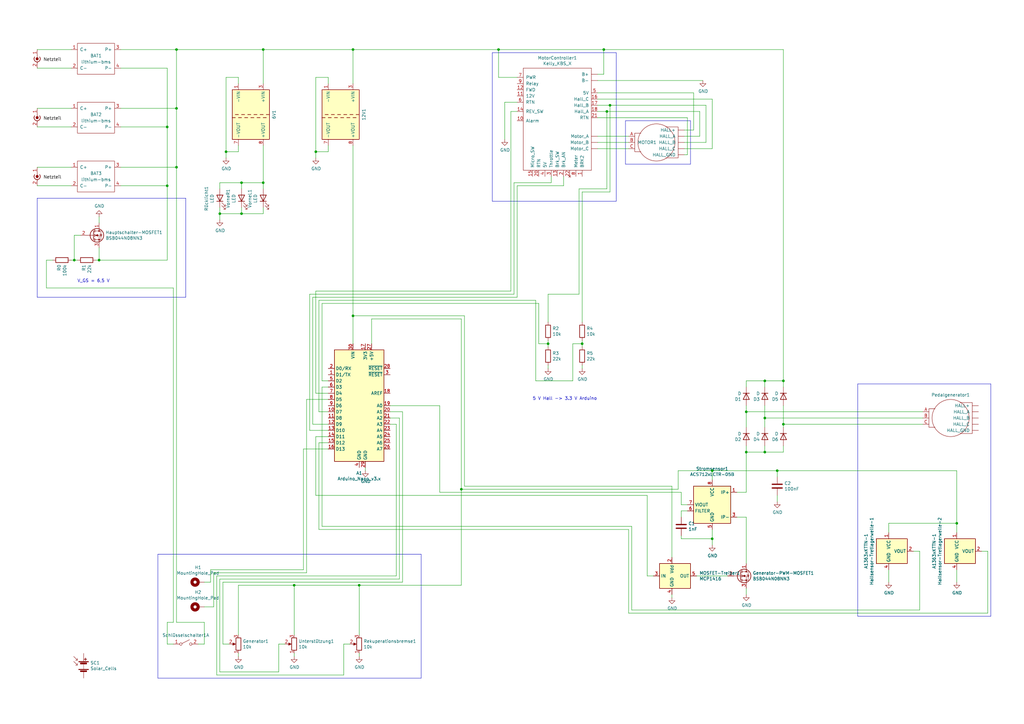
<source format=kicad_sch>
(kicad_sch (version 20250114) (generator "eeschema") (generator_version "9.0")
  (paper "A3")
  (title_block (date "2025-06-13") (rev "PS1"))
  (lib_symbols
    (symbol "Connector:Conn_Coaxial_Power" (pin_names (offset 1.016) (hide yes))
      (property "Reference" "J" (at -5.08 -1.27 90))
      (property "Value" "Conn_Coaxial_Power" (at -3.175 -1.27 90))
      (symbol "Conn_Coaxial_Power_0_1"
        (arc (start 1.016 -0.508) (mid 1.2048 -0.8684) (end 1.27 -1.27) (stroke (width 0.254)))
        (polyline (pts (xy 0 0) (xy 0 -1.27)))
        (arc (start 1.27 -1.27) (mid 0 -2.5345) (end -1.27 -1.27) (stroke (width 0.254)))
        (arc (start -1.27 -1.27) (mid -1.2048 -0.8684) (end -1.016 -0.508) (stroke (width 0.254)))
        (circle (center 0 -1.27) (radius 0.508) (stroke (width 0.2032)) (fill (type outline)))
        (polyline (pts (xy 0 -2.54) (xy 0 -3.048)))
      )
      (symbol "Conn_Coaxial_Power_1_1"
        (pin passive line (at 0 2.54 270) (length 2.54) (name "In") (number "1"))
        (pin passive line (at 0 -5.08 90) (length 2.54) (name "Ext") (number "2"))
      )
    )
    (symbol "Device:C" (pin_numbers (hide yes)) (pin_names (offset 0.254))
      (property "Reference" "C" (at 0.635 2.54 0))
      (property "Value" "C" (at 0.635 -2.54 0))
      (symbol "C_0_1"
        (polyline (pts (xy -2.032 0.762) (xy 2.032 0.762)) (stroke (width 0.508)))
        (polyline (pts (xy -2.032 -0.762) (xy 2.032 -0.762)) (stroke (width 0.508)))
      )
      (symbol "C_1_1"
        (pin passive line (at 0 3.81 270) (length 2.794) (name "~") (number "1"))
        (pin passive line (at 0 -3.81 90) (length 2.794) (name "~") (number "2"))
      )
    )
    (symbol "Device:D" (pin_numbers (hide yes)) (pin_names (offset 1.016) (hide yes))
      (property "Reference" "D" (at 0 2.54 0))
      (property "Value" "D" (at 0 -2.54 0))
      (symbol "D_0_1"
        (polyline (pts (xy -1.27 1.27) (xy -1.27 -1.27)) (stroke (width 0.254)))
        (polyline (pts (xy 1.27 1.27) (xy 1.27 -1.27) (xy -1.27 0) (xy 1.27 1.27)) (stroke (width 0.254)))
        (polyline (pts (xy 1.27 0) (xy -1.27 0)))
      )
      (symbol "D_1_1"
        (pin passive line (at -3.81 0 0) (length 2.54) (name "K") (number "1"))
        (pin passive line (at 3.81 0 180) (length 2.54) (name "A") (number "2"))
      )
    )
    (symbol "Device:LED" (pin_numbers (hide yes)) (pin_names (offset 1.016) (hide yes))
      (property "Reference" "D" (at 0 2.54 0))
      (property "Value" "LED" (at 0 -2.54 0))
      (symbol "LED_0_1"
        (polyline (pts (xy -3.048 -0.762) (xy -4.572 -2.286) (xy -3.81 -2.286) (xy -4.572 -2.286) (xy -4.572 -1.524)))
        (polyline (pts (xy -1.778 -0.762) (xy -3.302 -2.286) (xy -2.54 -2.286) (xy -3.302 -2.286) (xy -3.302 -1.524)))
        (polyline (pts (xy -1.27 0) (xy 1.27 0)))
        (polyline (pts (xy -1.27 -1.27) (xy -1.27 1.27)) (stroke (width 0.254)))
        (polyline (pts (xy 1.27 -1.27) (xy 1.27 1.27) (xy -1.27 0) (xy 1.27 -1.27)) (stroke (width 0.254)))
      )
      (symbol "LED_1_1"
        (pin passive line (at -3.81 0 0) (length 2.54) (name "K") (number "1"))
        (pin passive line (at 3.81 0 180) (length 2.54) (name "A") (number "2"))
      )
    )
    (symbol "Device:R" (pin_numbers (hide yes)) (pin_names (offset 0))
      (property "Reference" "R" (at 2.032 0 90))
      (property "Value" "R" (at 0 0 90))
      (symbol "R_0_1"
        (rectangle (start -1.016 -2.54) (end 1.016 2.54) (stroke (width 0.254)))
      )
      (symbol "R_1_1"
        (pin passive line (at 0 3.81 270) (length 1.27) (name "~") (number "1"))
        (pin passive line (at 0 -3.81 90) (length 1.27) (name "~") (number "2"))
      )
    )
    (symbol "Device:R_Potentiometer" (pin_names (offset 1.016) (hide yes))
      (property "Reference" "RV" (at -4.445 0 90))
      (property "Value" "R_Potentiometer" (at -2.54 0 90))
      (symbol "R_Potentiometer_0_1"
        (rectangle (start 1.016 2.54) (end -1.016 -2.54) (stroke (width 0.254)))
        (polyline (pts (xy 1.143 0) (xy 2.286 0.508) (xy 2.286 -0.508) (xy 1.143 0)) (fill (type outline)))
        (polyline (pts (xy 2.54 0) (xy 1.524 0)))
      )
      (symbol "R_Potentiometer_1_1"
        (pin passive line (at 0 3.81 270) (length 1.27) (name "1") (number "1"))
        (pin passive line (at 0 -3.81 90) (length 1.27) (name "3") (number "3"))
        (pin passive line (at 3.81 0 180) (length 1.27) (name "2") (number "2"))
      )
    )
    (symbol "Device:Solar_Cells" (pin_numbers (hide yes)) (pin_names (offset 0) (hide yes))
      (property "Reference" "SC" (at 2.54 2.54 0))
      (property "Value" "Solar_Cells" (at 2.54 0 0))
      (symbol "Solar_Cells_0_1"
        (polyline (pts (xy -2.54 3.048) (xy -2.54 2.286) (xy -3.302 2.286)))
        (polyline (pts (xy -2.54 2.286) (xy -4.064 3.81)))
        (polyline (pts (xy -2.54 1.016) (xy -2.54 0.254) (xy -3.302 0.254)))
        (polyline (pts (xy -2.54 0.254) (xy -4.064 1.778)))
        (rectangle (start -2.032 1.778) (end 2.032 1.524) (fill (type outline)))
        (rectangle (start -2.032 -1.397) (end 2.032 -1.651) (fill (type outline)))
        (rectangle (start -1.3208 1.1938) (end 1.27 0.6858) (fill (type outline)))
        (rectangle (start -1.3208 -1.9812) (end 1.27 -2.4892) (fill (type outline)))
        (polyline (pts (xy 0 1.778) (xy 0 2.54)))
        (polyline (pts (xy 0 0.508) (xy 0 0.762)))
        (polyline (pts (xy 0 0) (xy 0 0.254)))
        (polyline (pts (xy 0 -0.508) (xy 0 -0.254)))
        (polyline (pts (xy 0 -1.016) (xy 0 -0.762)))
        (polyline (pts (xy 0 -1.524) (xy 0 -1.27)))
        (polyline (pts (xy 0.254 2.667) (xy 1.27 2.667)) (stroke (width 0.254)))
        (polyline (pts (xy 0.762 3.175) (xy 0.762 2.159)) (stroke (width 0.254)))
      )
      (symbol "Solar_Cells_1_1"
        (pin passive line (at 0 5.08 270) (length 2.54) (name "+") (number "1"))
        (pin passive line (at 0 -5.08 90) (length 2.54) (name "-") (number "2"))
      )
    )
    (symbol "Driver_FET:MCP1416"
      (property "Reference" "U" (at -5.08 6.35 0))
      (property "Value" "MCP1416" (at 1.27 6.35 0))
      (symbol "MCP1416_0_1"
        (rectangle (start -5.08 5.08) (end 7.62 -5.08) (stroke (width 0.254)) (fill (type background)))
      )
      (symbol "MCP1416_1_1"
        (pin input line (at -7.62 0 0) (length 2.54) (name "IN") (number "3"))
        (pin power_in line (at 0 7.62 270) (length 2.54) (name "Vdd") (number "2"))
        (pin power_in line (at 0 -7.62 90) (length 2.54) (name "GND") (number "4"))
        (pin no_connect line (at 7.62 -2.54 180) (length 2.54) (hide yes) (name "NC") (number "1"))
        (pin output line (at 10.16 0 180) (length 2.54) (name "OUT") (number "5"))
      )
    )
    (symbol "Lastenrad:Kelly_KBS_X" (pin_names (offset 1.016))
      (property "Reference" "MotorController" (at 0 -2.54 0))
      (property "Value" "Kelly_KBS_X" (at 0 -5.08 0))
      (symbol "Kelly_KBS_X_0_0"
        (pin passive line (at -16.51 16.51 0) (length 2.54) (name "PWR") (number "7"))
        (pin unspecified line (at -16.51 13.97 0) (length 2.54) (name "Relay") (number "9"))
        (pin unspecified line (at -16.51 11.43 0) (length 2.54) (name "FWD") (number "12"))
        (pin output line (at -16.51 8.89 0) (length 2.54) (name "12V") (number "11"))
        (pin passive line (at -16.51 6.35 0) (length 2.54) (name "RTN") (number "6"))
        (pin input line (at -16.51 2.54 0) (length 2.54) (name "REV_SW") (number "14"))
        (pin output line (at -16.51 -1.27 0) (length 2.54) (name "Alarm") (number "10"))
        (pin input line (at -10.16 -24.13 90) (length 2.54) (name "Micro_SW") (number "15"))
        (pin passive line (at -7.62 -24.13 90) (length 2.54) (name "RTN") (number "20"))
        (pin output line (at -5.08 -24.13 90) (length 2.54) (name "5V") (number "4"))
        (pin input line (at -2.54 -24.13 90) (length 2.54) (name "Throttle") (number "3"))
        (pin input line (at 0 -24.13 90) (length 2.54) (name "Brk_SW") (number "13"))
        (pin input line (at 2.54 -24.13 90) (length 2.54) (name "Brk_AN") (number "2"))
        (pin no_connect line (at 5.08 -24.13 90) (length 2.54) (name "~") (number "22"))
        (pin unspecified line (at 7.62 -24.13 90) (length 2.54) (name "Meter") (number "8"))
        (pin unspecified line (at 10.16 -24.13 90) (length 2.54) (name "BRK2") (number "1"))
        (pin passive line (at 16.51 17.78 180) (length 2.54) (name "B+") (number "~"))
        (pin passive line (at 16.51 15.24 180) (length 2.54) (name "B-") (number "~"))
        (pin output line (at 16.51 10.16 180) (length 2.54) (name "5V") (number "5"))
        (pin input line (at 16.51 7.62 180) (length 2.54) (name "Hall_C") (number "16"))
        (pin input line (at 16.51 5.08 180) (length 2.54) (name "Hall_B") (number "17"))
        (pin input line (at 16.51 2.54 180) (length 2.54) (name "Hall_A") (number "18"))
        (pin passive line (at 16.51 0 180) (length 2.54) (name "RTN") (number "21"))
        (pin output line (at 16.51 -7.62 180) (length 2.54) (name "Motor_A") (number "~"))
        (pin output line (at 16.51 -10.16 180) (length 2.54) (name "Motor_B") (number "~"))
        (pin output line (at 16.51 -12.7 180) (length 2.54) (name "Motor_C") (number "~"))
      )
      (symbol "Kelly_KBS_X_0_1"
        (rectangle (start -13.97 20.32) (end 13.97 -21.59))
      )
    )
    (symbol "Lastenrad:bldc-with-hall" (pin_names (offset 1.016))
      (property "Reference" "MOTOR" (at 0 -8.89 0))
      (symbol "bldc-with-hall_0_1"
        (polyline (pts (xy -6.35 3.81) (xy -8.89 3.81) (xy -8.89 -3.81) (xy -6.35 -3.81)))
        (circle (center 0 0) (radius 7.62))
        (polyline (pts (xy 3.81 6.35) (xy 8.89 6.35) (xy 8.89 -6.35) (xy 3.81 -6.35)))
      )
      (symbol "bldc-with-hall_1_1"
        (pin input line (at -11.43 2.54 0) (length 2.54) (name "~") (number "A"))
        (pin input line (at -11.43 0 0) (length 2.54) (name "~") (number "B"))
        (pin input line (at -11.43 -2.54 0) (length 2.54) (name "~") (number "C"))
        (pin passive line (at 11.43 5.08 180) (length 2.54) (name "HALL+") (number "~"))
        (pin output line (at 11.43 2.54 180) (length 2.54) (name "HALL_A") (number "~"))
        (pin output line (at 11.43 0 180) (length 2.54) (name "HALL_B") (number "~"))
        (pin output line (at 11.43 -2.54 180) (length 2.54) (name "HALL_C") (number "~"))
        (pin passive line (at 11.43 -5.08 180) (length 2.54) (name "HALL_GND") (number "~"))
      )
    )
    (symbol "Lastenrad:lithium-bms" (pin_names (offset 1.016))
      (property "Reference" "BMS" (at 0 1.27 0))
      (property "Value" "lithium-bms" (at 0 -1.27 0))
      (symbol "lithium-bms_0_0"
        (pin input line (at -10.16 3.81 0) (length 2.54) (name "C+") (number "1"))
        (pin input line (at -10.16 -3.81 0) (length 2.54) (name "C-") (number "2"))
        (pin output line (at 10.16 3.81 180) (length 2.54) (name "P+") (number "3"))
        (pin output line (at 10.16 -3.81 180) (length 2.54) (name "P-") (number "4"))
      )
      (symbol "lithium-bms_0_1"
        (rectangle (start -7.62 6.35) (end 7.62 -6.35))
      )
    )
    (symbol "MCU_Module:Arduino_Nano_v3.x"
      (property "Reference" "A" (at -10.16 23.495 0))
      (property "Value" "Arduino_Nano_v3.x" (at 5.08 -24.13 0))
      (symbol "Arduino_Nano_v3.x_0_1"
        (rectangle (start -10.16 22.86) (end 10.16 -22.86) (stroke (width 0.254)) (fill (type background)))
      )
      (symbol "Arduino_Nano_v3.x_1_1"
        (pin bidirectional line (at -12.7 15.24 0) (length 2.54) (name "D0/RX") (number "2"))
        (pin bidirectional line (at -12.7 12.7 0) (length 2.54) (name "D1/TX") (number "1"))
        (pin bidirectional line (at -12.7 10.16 0) (length 2.54) (name "D2") (number "5"))
        (pin bidirectional line (at -12.7 7.62 0) (length 2.54) (name "D3") (number "6"))
        (pin bidirectional line (at -12.7 5.08 0) (length 2.54) (name "D4") (number "7"))
        (pin bidirectional line (at -12.7 2.54 0) (length 2.54) (name "D5") (number "8"))
        (pin bidirectional line (at -12.7 0 0) (length 2.54) (name "D6") (number "9"))
        (pin bidirectional line (at -12.7 -2.54 0) (length 2.54) (name "D7") (number "10"))
        (pin bidirectional line (at -12.7 -5.08 0) (length 2.54) (name "D8") (number "11"))
        (pin bidirectional line (at -12.7 -7.62 0) (length 2.54) (name "D9") (number "12"))
        (pin bidirectional line (at -12.7 -10.16 0) (length 2.54) (name "D10") (number "13"))
        (pin bidirectional line (at -12.7 -12.7 0) (length 2.54) (name "D11") (number "14"))
        (pin bidirectional line (at -12.7 -15.24 0) (length 2.54) (name "D12") (number "15"))
        (pin bidirectional line (at -12.7 -17.78 0) (length 2.54) (name "D13") (number "16"))
        (pin power_in line (at -2.54 25.4 270) (length 2.54) (name "VIN") (number "30"))
        (pin power_in line (at 0 -25.4 90) (length 2.54) (name "GND") (number "4"))
        (pin power_out line (at 2.54 25.4 270) (length 2.54) (name "3V3") (number "17"))
        (pin power_in line (at 2.54 -25.4 90) (length 2.54) (name "GND") (number "29"))
        (pin power_out line (at 5.08 25.4 270) (length 2.54) (name "+5V") (number "27"))
        (pin input line (at 12.7 15.24 180) (length 2.54) (name "~{RESET}") (number "28"))
        (pin input line (at 12.7 12.7 180) (length 2.54) (name "~{RESET}") (number "3"))
        (pin input line (at 12.7 5.08 180) (length 2.54) (name "AREF") (number "18"))
        (pin bidirectional line (at 12.7 0 180) (length 2.54) (name "A0") (number "19"))
        (pin bidirectional line (at 12.7 -2.54 180) (length 2.54) (name "A1") (number "20"))
        (pin bidirectional line (at 12.7 -5.08 180) (length 2.54) (name "A2") (number "21"))
        (pin bidirectional line (at 12.7 -7.62 180) (length 2.54) (name "A3") (number "22"))
        (pin bidirectional line (at 12.7 -10.16 180) (length 2.54) (name "A4") (number "23"))
        (pin bidirectional line (at 12.7 -12.7 180) (length 2.54) (name "A5") (number "24"))
        (pin bidirectional line (at 12.7 -15.24 180) (length 2.54) (name "A6") (number "25"))
        (pin bidirectional line (at 12.7 -17.78 180) (length 2.54) (name "A7") (number "26"))
      )
    )
    (symbol "Mechanical:MountingHole_Pad" (pin_numbers (hide yes)) (pin_names (offset 1.016) (hide yes))
      (property "Reference" "H" (at 0 6.35 0))
      (property "Value" "MountingHole_Pad" (at 0 4.445 0))
      (symbol "MountingHole_Pad_0_1"
        (circle (center 0 1.27) (radius 1.27) (stroke (width 1.27)))
      )
      (symbol "MountingHole_Pad_1_1"
        (pin input line (at 0 -2.54 90) (length 2.54) (name "1") (number "1"))
      )
    )
    (symbol "Regulator_Switching:NXE2S1215MC"
      (property "Reference" "U" (at -8.89 8.89 0))
      (property "Value" "NXE2S1215MC" (at 2.54 8.89 0))
      (symbol "NXE2S1215MC_0_1"
        (rectangle (start -10.16 7.62) (end 10.16 -7.62) (stroke (width 0.254)) (fill (type background)))
        (polyline (pts (xy 0 7.62) (xy 0 6.35)) (stroke (width 0.254)))
        (polyline (pts (xy 0 5.08) (xy 0 3.81)) (stroke (width 0.254)))
        (polyline (pts (xy 0 2.54) (xy 0 1.27)) (stroke (width 0.254)))
        (polyline (pts (xy 0 0) (xy 0 -1.27)) (stroke (width 0.254)))
        (polyline (pts (xy 0 -2.54) (xy 0 -3.81)) (stroke (width 0.254)))
        (polyline (pts (xy 0 -5.08) (xy 0 -6.35)) (stroke (width 0.254)))
        (polyline (pts (xy 1.27 5.08) (xy 1.27 6.35)) (stroke (width 0.254)))
        (polyline (pts (xy 1.27 2.54) (xy 1.27 3.81)) (stroke (width 0.254)))
        (polyline (pts (xy 1.27 0) (xy 1.27 1.27)) (stroke (width 0.254)))
        (polyline (pts (xy 1.27 -2.54) (xy 1.27 -1.27)) (stroke (width 0.254)))
        (polyline (pts (xy 1.27 -5.08) (xy 1.27 -3.81)) (stroke (width 0.254)))
        (polyline (pts (xy 1.27 -7.62) (xy 1.27 -6.35)) (stroke (width 0.254)))
      )
      (symbol "NXE2S1215MC_1_1"
        (pin power_in line (at -12.7 5.08 0) (length 2.54) (name "+VIN") (number "3"))
        (pin power_in line (at -12.7 -5.08 0) (length 2.54) (name "-VIN") (number "1"))
        (pin no_connect line (at -10.16 0 0) (length 2.54) (hide yes) (name "NC") (number "14"))
        (pin power_out line (at 12.7 5.08 180) (length 2.54) (name "+VOUT") (number "8"))
        (pin power_out line (at 12.7 -5.08 180) (length 2.54) (name "-VOUT") (number "7"))
      )
    )
    (symbol "Sensor_Current:A1363xKTTN-1"
      (property "Reference" "U" (at 8.89 6.35 0))
      (property "Value" "A1363xKTTN-1" (at 8.89 3.81 0))
      (symbol "A1363xKTTN-1_0_1"
        (rectangle (start -5.08 5.08) (end 7.62 -5.08) (stroke (width 0.254)) (fill (type background)))
      )
      (symbol "A1363xKTTN-1_1_1"
        (pin power_in line (at 0 7.62 270) (length 2.54) (name "VCC") (number "1"))
        (pin power_in line (at 0 -7.62 90) (length 2.54) (name "GND") (number "4"))
        (pin no_connect line (at 7.62 -2.54 180) (length 2.54) (hide yes) (name "NC") (number "3"))
        (pin output line (at 10.16 0 180) (length 2.54) (name "VOUT") (number "2"))
      )
    )
    (symbol "Sensor_Current:ACS712xLCTR-05B"
      (property "Reference" "U" (at 2.54 11.43 0))
      (property "Value" "ACS712xLCTR-05B" (at 2.54 8.89 0))
      (symbol "ACS712xLCTR-05B_0_1"
        (rectangle (start -7.62 7.62) (end 7.62 -7.62) (stroke (width 0.254)) (fill (type background)))
      )
      (symbol "ACS712xLCTR-05B_1_1"
        (pin passive line (at -10.16 5.08 0) (length 2.54) (name "IP+") (number "1"))
        (pin passive line (at -10.16 5.08 0) (length 2.54) (hide yes) (name "IP+") (number "2"))
        (pin passive line (at -10.16 -5.08 0) (length 2.54) (name "IP-") (number "3"))
        (pin passive line (at -10.16 -5.08 0) (length 2.54) (hide yes) (name "IP-") (number "4"))
        (pin power_in line (at 0 10.16 270) (length 2.54) (name "VCC") (number "8"))
        (pin power_in line (at 0 -10.16 90) (length 2.54) (name "GND") (number "5"))
        (pin output line (at 10.16 0 180) (length 2.54) (name "VIOUT") (number "7"))
        (pin passive line (at 10.16 -2.54 180) (length 2.54) (name "FILTER") (number "6"))
      )
    )
    (symbol "Switch:SW_DPST_x2" (pin_names (offset 0) (hide yes))
      (property "Reference" "SW" (at 0 3.175 0))
      (property "Value" "SW_DPST_x2" (at 0 -2.54 0))
      (symbol "SW_DPST_x2_0_0"
        (circle (center -2.032 0) (radius 0.508))
        (polyline (pts (xy -1.524 0.254) (xy 1.524 1.778)))
        (circle (center 2.032 0) (radius 0.508))
      )
      (symbol "SW_DPST_x2_1_1"
        (pin passive line (at -5.08 0 0) (length 2.54) (name "A") (number "1"))
        (pin passive line (at 5.08 0 180) (length 2.54) (name "B") (number "2"))
      )
      (symbol "SW_DPST_x2_2_1"
        (pin passive line (at -5.08 0 0) (length 2.54) (name "A") (number "3"))
        (pin passive line (at 5.08 0 180) (length 2.54) (name "B") (number "4"))
      )
    )
    (symbol "Transistor_FET:BSB044N08NN3" (pin_names (hide yes))
      (property "Reference" "Q" (at 5.08 1.905 0))
      (property "Value" "BSB044N08NN3" (at 5.08 0 0))
      (symbol "BSB044N08NN3_0_1"
        (polyline (pts (xy 0.254 1.905) (xy 0.254 -1.905)) (stroke (width 0.254)))
        (polyline (pts (xy 0.254 0) (xy -2.54 0)))
        (polyline (pts (xy 0.762 2.286) (xy 0.762 1.27)) (stroke (width 0.254)))
        (polyline (pts (xy 0.762 0.508) (xy 0.762 -0.508)) (stroke (width 0.254)))
        (polyline (pts (xy 0.762 -1.27) (xy 0.762 -2.286)) (stroke (width 0.254)))
        (polyline (pts (xy 0.762 -1.778) (xy 3.302 -1.778) (xy 3.302 1.778) (xy 0.762 1.778)))
        (polyline (pts (xy 1.016 0) (xy 2.032 0.381) (xy 2.032 -0.381) (xy 1.016 0)) (fill (type outline)))
        (circle (center 1.651 0) (radius 2.794) (stroke (width 0.254)))
        (polyline (pts (xy 2.54 2.54) (xy 2.54 1.778)))
        (circle (center 2.54 1.778) (radius 0.254) (fill (type outline)))
        (circle (center 2.54 -1.778) (radius 0.254) (fill (type outline)))
        (polyline (pts (xy 2.54 -2.54) (xy 2.54 0) (xy 0.762 0)))
        (polyline (pts (xy 2.794 0.508) (xy 2.921 0.381) (xy 3.683 0.381) (xy 3.81 0.254)))
        (polyline (pts (xy 3.302 0.381) (xy 2.921 -0.254) (xy 3.683 -0.254) (xy 3.302 0.381)))
      )
      (symbol "BSB044N08NN3_1_1"
        (pin input line (at -5.08 0 0) (length 2.54) (name "G") (number "2"))
        (pin passive line (at 2.54 5.08 270) (length 2.54) (name "D") (number "1"))
        (pin passive line (at 2.54 -5.08 90) (length 2.54) (name "S") (number "3"))
      )
    )
    (symbol "power:GND" (power) (pin_names (offset 0))
      (property "Value" "GND" (at 0 -3.81 0))
      (symbol "GND_0_1"
        (polyline (pts (xy 0 0) (xy 0 -1.27) (xy 1.27 -1.27) (xy 0 -2.54) (xy -1.27 -1.27) (xy 0 -1.27)))
      )
      (symbol "GND_1_1"
        (pin power_in line (at 0 0 270) (length 0) (hide yes) (name "GND") (number "1"))
      )
    )
  )
  (text "V_GS = 6,5 V" (at 38.354 115.316 0) (effects (font (size 1.27 1.27))))
  (text "5 V Hall -> 3.3 V Arduino" (at 231.648 163.576 0) (effects (font (size 1.27 1.27))))
  (junction (at 72.39 44.45))
  (junction (at 292.1 193.04))
  (junction (at 321.31 173.99))
  (junction (at 248.92 45.72))
  (junction (at 189.23 200.66))
  (junction (at 313.69 185.42))
  (junction (at 30.48 106.68))
  (junction (at 144.78 20.32))
  (junction (at 313.69 156.21))
  (junction (at 247.65 20.32))
  (junction (at 292.1 220.98))
  (junction (at 392.43 214.63))
  (junction (at 250.19 43.18))
  (junction (at 313.69 171.45))
  (junction (at 107.95 74.93))
  (junction (at 120.65 240.03))
  (junction (at 129.54 62.23))
  (junction (at 147.32 240.03))
  (junction (at 321.31 156.21))
  (junction (at 68.58 52.07))
  (junction (at 99.06 87.63))
  (junction (at 72.39 68.58))
  (junction (at 306.07 168.91))
  (junction (at 238.76 140.97))
  (junction (at 92.71 62.23))
  (junction (at 224.79 140.97))
  (junction (at 68.58 76.2))
  (junction (at 107.95 20.32))
  (junction (at 40.64 106.68))
  (junction (at 306.07 185.42))
  (junction (at 90.17 87.63))
  (junction (at 318.77 193.04))
  (junction (at 72.39 20.32))
  (junction (at 99.06 74.93))
  (junction (at 204.47 20.32))
  (junction (at 144.78 129.54))
  (wire (pts (xy 281.94 48.26) (xy 245.11 48.26)))
  (wire (pts (xy 265.43 203.2) (xy 265.43 236.22)))
  (wire (pts (xy 245.11 45.72) (xy 248.92 45.72)))
  (wire (pts (xy 238.76 78.74) (xy 250.19 78.74)))
  (wire (pts (xy 97.79 62.23) (xy 92.71 62.23)))
  (wire (pts (xy 125.73 234.95) (xy 87.63 234.95)))
  (wire (pts (xy 107.95 77.47) (xy 107.95 74.93)))
  (wire (pts (xy 163.83 171.45) (xy 160.02 171.45)))
  (wire (pts (xy 284.48 38.1) (xy 245.11 38.1)))
  (wire (pts (xy 392.43 214.63) (xy 392.43 218.44)))
  (wire (pts (xy 306.07 212.09) (xy 306.07 231.14)))
  (wire (pts (xy 130.81 181.61) (xy 130.81 217.17)))
  (wire (pts (xy 143.51 264.16) (xy 140.97 264.16)))
  (wire (pts (xy 321.31 173.99) (xy 378.46 173.99)))
  (wire (pts (xy 87.63 248.92) (xy 83.82 248.92)))
  (wire (pts (xy 90.17 87.63) (xy 90.17 90.17)))
  (wire (pts (xy 97.79 240.03) (xy 97.79 260.35)))
  (wire (pts (xy 144.78 129.54) (xy 144.78 140.97)))
  (wire (pts (xy 302.26 201.93) (xy 306.07 201.93)))
  (polyline (pts (xy 351.79 157.48) (xy 406.4 157.48)))
  (wire (pts (xy 306.07 166.37) (xy 306.07 168.91)))
  (wire (pts (xy 292.1 60.96) (xy 280.67 60.96)))
  (wire (pts (xy 287.02 55.88) (xy 280.67 55.88)))
  (wire (pts (xy 318.77 193.04) (xy 392.43 193.04)))
  (wire (pts (xy 247.65 30.48) (xy 247.65 20.32)))
  (wire (pts (xy 129.54 119.38) (xy 129.54 161.29)))
  (wire (pts (xy 29.21 106.68) (xy 30.48 106.68)))
  (wire (pts (xy 189.23 240.03) (xy 147.32 240.03)))
  (wire (pts (xy 144.78 34.29) (xy 144.78 20.32)))
  (wire (pts (xy 284.48 53.34) (xy 284.48 38.1)))
  (wire (pts (xy 180.34 201.93) (xy 180.34 166.37)))
  (wire (pts (xy 210.82 74.93) (xy 226.06 74.93)))
  (wire (pts (xy 19.05 106.68) (xy 19.05 118.11)))
  (wire (pts (xy 306.07 182.88) (xy 306.07 185.42)))
  (wire (pts (xy 279.4 201.93) (xy 180.34 201.93)))
  (wire (pts (xy 72.39 20.32) (xy 107.95 20.32)))
  (wire (pts (xy 86.36 238.76) (xy 83.82 238.76)))
  (wire (pts (xy 321.31 156.21) (xy 321.31 20.32)))
  (wire (pts (xy 313.69 171.45) (xy 378.46 171.45)))
  (wire (pts (xy 224.79 139.7) (xy 224.79 140.97)))
  (wire (pts (xy 318.77 195.58) (xy 318.77 193.04)))
  (polyline (pts (xy 201.93 82.55) (xy 252.73 82.55)))
  (wire (pts (xy 99.06 87.63) (xy 90.17 87.63)))
  (wire (pts (xy 250.19 43.18) (xy 245.11 43.18)))
  (wire (pts (xy 49.53 68.58) (xy 72.39 68.58)))
  (wire (pts (xy 127 176.53) (xy 134.62 176.53)))
  (wire (pts (xy 257.81 60.96) (xy 245.11 60.96)))
  (wire (pts (xy 107.95 20.32) (xy 144.78 20.32)))
  (wire (pts (xy 306.07 156.21) (xy 306.07 158.75)))
  (wire (pts (xy 245.11 33.02) (xy 288.29 33.02)))
  (wire (pts (xy 306.07 168.91) (xy 378.46 168.91)))
  (polyline (pts (xy 351.79 252.73) (xy 351.79 157.48)))
  (wire (pts (xy 405.13 251.46) (xy 257.81 251.46)))
  (wire (pts (xy 313.69 171.45) (xy 313.69 175.26)))
  (polyline (pts (xy 15.24 81.28) (xy 76.2 81.28)))
  (wire (pts (xy 83.82 264.16) (xy 81.28 264.16)))
  (wire (pts (xy 130.81 168.91) (xy 134.62 168.91)))
  (wire (pts (xy 306.07 185.42) (xy 306.07 201.93)))
  (wire (pts (xy 134.62 31.75) (xy 129.54 31.75)))
  (wire (pts (xy 68.58 52.07) (xy 49.53 52.07)))
  (wire (pts (xy 392.43 193.04) (xy 392.43 214.63)))
  (wire (pts (xy 212.09 31.75) (xy 204.47 31.75)))
  (wire (pts (xy 39.37 106.68) (xy 40.64 106.68)))
  (wire (pts (xy 107.95 34.29) (xy 107.95 20.32)))
  (wire (pts (xy 237.49 77.47) (xy 237.49 120.65)))
  (wire (pts (xy 281.94 207.01) (xy 279.4 207.01)))
  (wire (pts (xy 120.65 240.03) (xy 97.79 240.03)))
  (wire (pts (xy 72.39 68.58) (xy 72.39 44.45)))
  (polyline (pts (xy 406.4 157.48) (xy 406.4 252.73)))
  (wire (pts (xy 140.97 276.86) (xy 88.9 276.86)))
  (wire (pts (xy 29.21 68.58) (xy 15.24 68.58)))
  (wire (pts (xy 132.08 124.46) (xy 132.08 156.21)))
  (wire (pts (xy 90.17 237.49) (xy 163.83 237.49)))
  (wire (pts (xy 71.12 264.16) (xy 68.58 264.16)))
  (wire (pts (xy 306.07 243.84) (xy 306.07 241.3)))
  (wire (pts (xy 189.23 130.81) (xy 189.23 200.66)))
  (wire (pts (xy 259.08 250.19) (xy 259.08 215.9)))
  (wire (pts (xy 87.63 234.95) (xy 87.63 248.92)))
  (polyline (pts (xy 201.93 21.59) (xy 201.93 82.55)))
  (wire (pts (xy 130.81 123.19) (xy 219.71 123.19)))
  (wire (pts (xy 128.27 173.99) (xy 134.62 173.99)))
  (wire (pts (xy 147.32 240.03) (xy 120.65 240.03)))
  (wire (pts (xy 204.47 31.75) (xy 204.47 20.32)))
  (wire (pts (xy 124.46 233.68) (xy 86.36 233.68)))
  (wire (pts (xy 92.71 62.23) (xy 92.71 31.75)))
  (wire (pts (xy 99.06 85.09) (xy 99.06 87.63)))
  (wire (pts (xy 302.26 212.09) (xy 306.07 212.09)))
  (wire (pts (xy 90.17 85.09) (xy 90.17 87.63)))
  (wire (pts (xy 231.14 76.2) (xy 212.09 76.2)))
  (wire (pts (xy 226.06 72.39) (xy 226.06 74.93)))
  (wire (pts (xy 68.58 76.2) (xy 68.58 52.07)))
  (wire (pts (xy 306.07 168.91) (xy 306.07 175.26)))
  (wire (pts (xy 107.95 85.09) (xy 107.95 87.63)))
  (wire (pts (xy 313.69 171.45) (xy 313.69 166.37)))
  (wire (pts (xy 107.95 59.69) (xy 107.95 74.93)))
  (wire (pts (xy 91.44 238.76) (xy 91.44 264.16)))
  (wire (pts (xy 134.62 62.23) (xy 129.54 62.23)))
  (wire (pts (xy 265.43 236.22) (xy 267.97 236.22)))
  (wire (pts (xy 292.1 220.98) (xy 292.1 223.52)))
  (polyline (pts (xy 252.73 21.59) (xy 201.93 21.59)))
  (wire (pts (xy 129.54 62.23) (xy 129.54 64.77)))
  (polyline (pts (xy 406.4 252.73) (xy 351.79 252.73)))
  (wire (pts (xy 134.62 158.75) (xy 132.08 158.75)))
  (wire (pts (xy 97.79 267.97) (xy 97.79 269.24)))
  (wire (pts (xy 30.48 106.68) (xy 30.48 96.52)))
  (wire (pts (xy 287.02 45.72) (xy 287.02 55.88)))
  (wire (pts (xy 125.73 163.83) (xy 125.73 234.95)))
  (wire (pts (xy 132.08 158.75) (xy 132.08 215.9)))
  (wire (pts (xy 238.76 139.7) (xy 238.76 140.97)))
  (wire (pts (xy 281.94 63.5) (xy 281.94 48.26)))
  (polyline (pts (xy 64.77 227.33) (xy 172.72 227.33)))
  (wire (pts (xy 189.23 130.81) (xy 152.4 130.81)))
  (wire (pts (xy 19.05 106.68) (xy 21.59 106.68)))
  (wire (pts (xy 120.65 267.97) (xy 120.65 269.24)))
  (wire (pts (xy 278.13 200.66) (xy 278.13 193.04)))
  (wire (pts (xy 318.77 205.74) (xy 318.77 203.2)))
  (wire (pts (xy 313.69 156.21) (xy 306.07 156.21)))
  (wire (pts (xy 116.84 264.16) (xy 114.3 264.16)))
  (wire (pts (xy 97.79 31.75) (xy 97.79 34.29)))
  (wire (pts (xy 285.75 236.22) (xy 298.45 236.22)))
  (polyline (pts (xy 64.77 278.13) (xy 64.77 227.33)))
  (wire (pts (xy 321.31 158.75) (xy 321.31 156.21)))
  (wire (pts (xy 234.95 140.97) (xy 234.95 156.21)))
  (wire (pts (xy 313.69 158.75) (xy 313.69 156.21)))
  (wire (pts (xy 289.56 58.42) (xy 289.56 43.18)))
  (wire (pts (xy 72.39 44.45) (xy 72.39 20.32)))
  (wire (pts (xy 257.81 251.46) (xy 257.81 217.17)))
  (wire (pts (xy 68.58 27.94) (xy 49.53 27.94)))
  (wire (pts (xy 72.39 68.58) (xy 72.39 255.27)))
  (wire (pts (xy 180.34 166.37) (xy 160.02 166.37)))
  (wire (pts (xy 237.49 77.47) (xy 248.92 77.47)))
  (wire (pts (xy 313.69 185.42) (xy 321.31 185.42)))
  (wire (pts (xy 245.11 40.64) (xy 292.1 40.64)))
  (wire (pts (xy 209.55 45.72) (xy 212.09 45.72)))
  (wire (pts (xy 259.08 215.9) (xy 132.08 215.9)))
  (wire (pts (xy 238.76 78.74) (xy 238.76 132.08)))
  (wire (pts (xy 114.3 275.59) (xy 90.17 275.59)))
  (wire (pts (xy 68.58 264.16) (xy 68.58 255.27)))
  (wire (pts (xy 238.76 149.86) (xy 238.76 151.13)))
  (wire (pts (xy 292.1 193.04) (xy 278.13 193.04)))
  (wire (pts (xy 275.59 245.11) (xy 275.59 243.84)))
  (wire (pts (xy 220.98 140.97) (xy 224.79 140.97)))
  (wire (pts (xy 128.27 121.92) (xy 128.27 173.99)))
  (wire (pts (xy 313.69 182.88) (xy 313.69 185.42)))
  (polyline (pts (xy 172.72 278.13) (xy 64.77 278.13)))
  (wire (pts (xy 250.19 43.18) (xy 250.19 78.74)))
  (wire (pts (xy 68.58 255.27) (xy 71.12 255.27)))
  (wire (pts (xy 107.95 74.93) (xy 99.06 74.93)))
  (wire (pts (xy 224.79 149.86) (xy 224.79 151.13)))
  (wire (pts (xy 279.4 207.01) (xy 279.4 201.93)))
  (wire (pts (xy 68.58 76.2) (xy 68.58 106.68)))
  (wire (pts (xy 49.53 20.32) (xy 72.39 20.32)))
  (wire (pts (xy 134.62 34.29) (xy 134.62 31.75)))
  (wire (pts (xy 292.1 196.85) (xy 292.1 193.04)))
  (wire (pts (xy 91.44 264.16) (xy 93.98 264.16)))
  (wire (pts (xy 29.21 44.45) (xy 15.24 44.45)))
  (polyline (pts (xy 283.21 49.53) (xy 256.54 49.53)))
  (wire (pts (xy 129.54 119.38) (xy 209.55 119.38)))
  (wire (pts (xy 189.23 200.66) (xy 278.13 200.66)))
  (wire (pts (xy 86.36 233.68) (xy 86.36 238.76)))
  (wire (pts (xy 83.82 255.27) (xy 83.82 264.16)))
  (wire (pts (xy 279.4 209.55) (xy 279.4 212.09)))
  (wire (pts (xy 364.49 238.76) (xy 364.49 233.68)))
  (wire (pts (xy 29.21 76.2) (xy 15.24 76.2)))
  (wire (pts (xy 134.62 179.07) (xy 129.54 179.07)))
  (wire (pts (xy 149.86 191.77) (xy 149.86 193.04)))
  (wire (pts (xy 257.81 55.88) (xy 245.11 55.88)))
  (wire (pts (xy 204.47 20.32) (xy 247.65 20.32)))
  (wire (pts (xy 147.32 267.97) (xy 147.32 269.24)))
  (wire (pts (xy 124.46 184.15) (xy 134.62 184.15)))
  (wire (pts (xy 245.11 30.48) (xy 247.65 30.48)))
  (polyline (pts (xy 283.21 67.31) (xy 283.21 49.53)))
  (polyline (pts (xy 252.73 82.55) (xy 252.73 21.59)))
  (wire (pts (xy 134.62 161.29) (xy 129.54 161.29)))
  (wire (pts (xy 40.64 91.44) (xy 40.64 88.9)))
  (wire (pts (xy 280.67 58.42) (xy 289.56 58.42)))
  (polyline (pts (xy 76.2 81.28) (xy 76.2 121.92)))
  (wire (pts (xy 212.09 76.2) (xy 212.09 121.92)))
  (wire (pts (xy 248.92 45.72) (xy 248.92 77.47)))
  (wire (pts (xy 163.83 237.49) (xy 163.83 171.45)))
  (wire (pts (xy 90.17 275.59) (xy 90.17 237.49)))
  (wire (pts (xy 280.67 53.34) (xy 284.48 53.34)))
  (wire (pts (xy 72.39 255.27) (xy 83.82 255.27)))
  (wire (pts (xy 165.1 238.76) (xy 91.44 238.76)))
  (wire (pts (xy 114.3 264.16) (xy 114.3 275.59)))
  (polyline (pts (xy 256.54 67.31) (xy 283.21 67.31)))
  (wire (pts (xy 364.49 218.44) (xy 364.49 214.63)))
  (wire (pts (xy 275.59 199.39) (xy 190.5 199.39)))
  (wire (pts (xy 189.23 200.66) (xy 189.23 240.03)))
  (wire (pts (xy 321.31 166.37) (xy 321.31 173.99)))
  (wire (pts (xy 30.48 96.52) (xy 33.02 96.52)))
  (wire (pts (xy 140.97 264.16) (xy 140.97 276.86)))
  (wire (pts (xy 210.82 120.65) (xy 210.82 74.93)))
  (wire (pts (xy 129.54 31.75) (xy 129.54 62.23)))
  (wire (pts (xy 190.5 129.54) (xy 144.78 129.54)))
  (wire (pts (xy 280.67 63.5) (xy 281.94 63.5)))
  (wire (pts (xy 120.65 260.35) (xy 120.65 240.03)))
  (wire (pts (xy 377.19 226.06) (xy 377.19 250.19)))
  (wire (pts (xy 134.62 163.83) (xy 125.73 163.83)))
  (wire (pts (xy 147.32 260.35) (xy 147.32 240.03)))
  (wire (pts (xy 281.94 209.55) (xy 279.4 209.55)))
  (wire (pts (xy 405.13 226.06) (xy 402.59 226.06)))
  (wire (pts (xy 238.76 140.97) (xy 238.76 142.24)))
  (wire (pts (xy 231.14 72.39) (xy 231.14 76.2)))
  (wire (pts (xy 257.81 217.17) (xy 130.81 217.17)))
  (wire (pts (xy 306.07 185.42) (xy 313.69 185.42)))
  (wire (pts (xy 238.76 140.97) (xy 234.95 140.97)))
  (wire (pts (xy 129.54 203.2) (xy 265.43 203.2)))
  (wire (pts (xy 134.62 181.61) (xy 130.81 181.61)))
  (wire (pts (xy 224.79 140.97) (xy 224.79 142.24)))
  (wire (pts (xy 321.31 173.99) (xy 321.31 175.26)))
  (wire (pts (xy 29.21 20.32) (xy 15.24 20.32)))
  (wire (pts (xy 30.48 106.68) (xy 31.75 106.68)))
  (wire (pts (xy 29.21 27.94) (xy 15.24 27.94)))
  (wire (pts (xy 165.1 168.91) (xy 165.1 238.76)))
  (wire (pts (xy 88.9 276.86) (xy 88.9 236.22)))
  (wire (pts (xy 212.09 41.91) (xy 207.01 41.91)))
  (wire (pts (xy 132.08 124.46) (xy 220.98 124.46)))
  (wire (pts (xy 248.92 45.72) (xy 287.02 45.72)))
  (wire (pts (xy 134.62 156.21) (xy 132.08 156.21)))
  (wire (pts (xy 279.4 220.98) (xy 292.1 220.98)))
  (wire (pts (xy 247.65 20.32) (xy 321.31 20.32)))
  (wire (pts (xy 99.06 74.93) (xy 90.17 74.93)))
  (wire (pts (xy 405.13 226.06) (xy 405.13 251.46)))
  (wire (pts (xy 19.05 118.11) (xy 71.12 118.11)))
  (wire (pts (xy 275.59 228.6) (xy 275.59 199.39)))
  (wire (pts (xy 377.19 250.19) (xy 259.08 250.19)))
  (wire (pts (xy 321.31 182.88) (xy 321.31 185.42)))
  (polyline (pts (xy 256.54 49.53) (xy 256.54 67.31)))
  (polyline (pts (xy 15.24 121.92) (xy 15.24 81.28)))
  (wire (pts (xy 392.43 233.68) (xy 392.43 238.76)))
  (wire (pts (xy 92.71 31.75) (xy 97.79 31.75)))
  (wire (pts (xy 209.55 45.72) (xy 209.55 119.38)))
  (wire (pts (xy 144.78 20.32) (xy 204.47 20.32)))
  (wire (pts (xy 90.17 74.93) (xy 90.17 77.47)))
  (wire (pts (xy 292.1 193.04) (xy 318.77 193.04)))
  (wire (pts (xy 162.56 236.22) (xy 162.56 173.99)))
  (wire (pts (xy 219.71 156.21) (xy 234.95 156.21)))
  (wire (pts (xy 71.12 255.27) (xy 71.12 118.11)))
  (wire (pts (xy 128.27 121.92) (xy 212.09 121.92)))
  (wire (pts (xy 160.02 168.91) (xy 165.1 168.91)))
  (wire (pts (xy 207.01 41.91) (xy 207.01 57.15)))
  (wire (pts (xy 97.79 59.69) (xy 97.79 62.23)))
  (wire (pts (xy 245.11 58.42) (xy 257.81 58.42)))
  (wire (pts (xy 29.21 52.07) (xy 15.24 52.07)))
  (wire (pts (xy 279.4 219.71) (xy 279.4 220.98)))
  (wire (pts (xy 40.64 106.68) (xy 68.58 106.68)))
  (wire (pts (xy 190.5 129.54) (xy 190.5 199.39)))
  (wire (pts (xy 99.06 77.47) (xy 99.06 74.93)))
  (wire (pts (xy 289.56 43.18) (xy 250.19 43.18)))
  (wire (pts (xy 134.62 59.69) (xy 134.62 62.23)))
  (wire (pts (xy 124.46 184.15) (xy 124.46 233.68)))
  (wire (pts (xy 40.64 101.6) (xy 40.64 106.68)))
  (wire (pts (xy 377.19 226.06) (xy 374.65 226.06)))
  (wire (pts (xy 88.9 236.22) (xy 162.56 236.22)))
  (wire (pts (xy 292.1 217.17) (xy 292.1 220.98)))
  (wire (pts (xy 127 120.65) (xy 127 176.53)))
  (wire (pts (xy 224.79 120.65) (xy 224.79 132.08)))
  (wire (pts (xy 152.4 130.81) (xy 152.4 140.97)))
  (polyline (pts (xy 172.72 227.33) (xy 172.72 278.13)))
  (wire (pts (xy 107.95 87.63) (xy 99.06 87.63)))
  (wire (pts (xy 292.1 40.64) (xy 292.1 60.96)))
  (wire (pts (xy 130.81 168.91) (xy 130.81 123.19)))
  (wire (pts (xy 144.78 129.54) (xy 144.78 59.69)))
  (wire (pts (xy 92.71 62.23) (xy 92.71 64.77)))
  (wire (pts (xy 364.49 214.63) (xy 392.43 214.63)))
  (wire (pts (xy 68.58 27.94) (xy 68.58 52.07)))
  (polyline (pts (xy 76.2 121.92) (xy 15.24 121.92)))
  (wire (pts (xy 129.54 179.07) (xy 129.54 203.2)))
  (wire (pts (xy 127 120.65) (xy 210.82 120.65)))
  (wire (pts (xy 219.71 156.21) (xy 219.71 123.19)))
  (wire (pts (xy 237.49 120.65) (xy 224.79 120.65)))
  (wire (pts (xy 49.53 76.2) (xy 68.58 76.2)))
  (wire (pts (xy 162.56 173.99) (xy 160.02 173.99)))
  (wire (pts (xy 321.31 156.21) (xy 313.69 156.21)))
  (wire (pts (xy 49.53 44.45) (xy 72.39 44.45)))
  (wire (pts (xy 220.98 140.97) (xy 220.98 124.46)))
  (label "Netzteil" (at 17.78 49.53 0))
  (label "Netzteil" (at 17.78 73.66 0))
  (label "Netzteil" (at 17.78 25.4 0))
  (symbol (lib_id "power:GND") (at 40.64 88.9 0) (mirror x) (unit 1)
    (property "Reference" "#PWR0101" (effects (hide yes)))
    (property "Value" "GND" (at 40.767 84.5058 0))
  )
  (symbol (lib_id "MCU_Module:Arduino_Nano_v3.x") (at 147.32 166.37 0) (unit 1)
    (property "Reference" "A1" (at 147.32 194.0306 0))
    (property "Value" "Arduino_Nano_v3.x" (at 147.32 196.342 0))
    (property "Footprint" "Module:Arduino_Nano" (effects (hide yes)))
    (property "Datasheet" "http://www.mouser.com/pdfdocs/Gravitech_Arduino_Nano3_0.pdf" (effects (hide yes)))
  )
  (symbol (lib_id "Lastenrad:lithium-bms") (at 39.37 24.13 0) (unit 1)
    (property "Reference" "BAT1" (at 39.37 22.86 0))
    (property "Value" "lithium-bms" (at 39.37 25.4 0))
  )
  (symbol (lib_id "Lastenrad:bldc-with-hall") (at 269.24 58.42 0) (unit 1)
    (property "Reference" "MOTOR1" (at 265.43 58.42 0))
    (property "Value" "bldc-with-hall" (effects (hide yes)))
  )
  (symbol (lib_id "power:GND") (at 207.01 57.15 0) (unit 1)
    (property "Reference" "#PWR0102" (effects (hide yes)))
    (property "Value" "GND" (at 207.137 61.5442 0))
  )
  (symbol (lib_id "Lastenrad:Kelly_KBS_X") (at 228.6 48.26 0) (unit 1)
    (property "Reference" "MotorController1" (at 228.6 23.749 0))
    (property "Value" "Kelly_KBS_X" (at 228.6 26.0604 0))
  )
  (symbol (lib_id "power:GND") (at 288.29 33.02 0) (unit 1)
    (property "Reference" "#PWR0103" (effects (hide yes)))
    (property "Value" "GND" (at 288.417 37.4142 0))
  )
  (symbol (lib_id "Connector:Conn_Coaxial_Power") (at 15.24 22.86 0) (unit 1)
    (property "Reference" "J1" (effects (hide yes)))
    (property "Value" "Conn_Coaxial_Power" (effects (hide yes)))
  )
  (symbol (lib_id "Lastenrad:lithium-bms") (at 39.37 48.26 0) (unit 1)
    (property "Reference" "BAT2" (at 39.37 46.99 0))
    (property "Value" "lithium-bms" (at 39.37 49.53 0))
  )
  (symbol (lib_id "Connector:Conn_Coaxial_Power") (at 15.24 46.99 0) (unit 1)
    (property "Reference" "J2" (effects (hide yes)))
    (property "Value" "Conn_Coaxial_Power" (effects (hide yes)))
  )
  (symbol (lib_id "Lastenrad:lithium-bms") (at 39.37 72.39 0) (unit 1)
    (property "Reference" "BAT3" (at 39.37 71.12 0))
    (property "Value" "lithium-bms" (at 39.37 73.66 0))
  )
  (symbol (lib_id "Connector:Conn_Coaxial_Power") (at 15.24 71.12 0) (unit 1)
    (property "Reference" "J3" (effects (hide yes)))
    (property "Value" "Conn_Coaxial_Power" (effects (hide yes)))
  )
  (symbol (lib_id "Regulator_Switching:NXE2S1215MC") (at 139.7 46.99 270) (unit 1)
    (property "Reference" "12V1" (at 149.225 46.99 0))
    (property "Value" "NXE2S1215MC" (effects (hide yes)))
    (property "Footprint" "Converter_DCDC:Converter_DCDC_Murata_NXExSxxxxMC_SMD" (effects (hide yes)))
    (property "Datasheet" "https://www.murata.com/products/productdata/8807031898142/kdc-nxe2.pdf" (effects (hide yes)))
  )
  (symbol (lib_id "Regulator_Switching:NXE2S1215MC") (at 102.87 46.99 270) (unit 1)
    (property "Reference" "6V1" (at 112.395 46.99 0))
    (property "Value" "NXE2S1215MC" (effects (hide yes)))
    (property "Footprint" "Converter_DCDC:Converter_DCDC_Murata_NXExSxxxxMC_SMD" (effects (hide yes)))
    (property "Datasheet" "https://www.murata.com/products/productdata/8807031898142/kdc-nxe2.pdf" (effects (hide yes)))
  )
  (symbol (lib_id "power:GND") (at 92.71 64.77 0) (unit 1)
    (property "Reference" "#PWR0104" (effects (hide yes)))
    (property "Value" "GND" (at 92.837 69.1642 0))
  )
  (symbol (lib_id "Switch:SW_DPST_x2") (at 76.2 264.16 0) (unit 1)
    (property "Reference" "Schlüsselschalter1" (at 76.2 260.5278 0))
    (property "Value" "SW_DPST_x2" (effects (hide yes)))
  )
  (symbol (lib_id "Device:LED") (at 90.17 81.28 90) (unit 1)
    (property "Reference" "Rücklicht1" (at 84.6582 81.4578 0))
    (property "Value" "LED" (at 86.9696 81.4578 0))
  )
  (symbol (lib_id "Device:LED") (at 99.06 81.28 90) (unit 1)
    (property "Reference" "VorneR1" (at 93.5482 81.4578 0))
    (property "Value" "LED" (at 95.8596 81.4578 0))
  )
  (symbol (lib_id "Device:LED") (at 107.95 81.28 90) (unit 1)
    (property "Reference" "VorneL1" (at 102.4382 81.4578 0))
    (property "Value" "LED" (at 104.7496 81.4578 0))
  )
  (symbol (lib_id "Sensor_Current:ACS712xLCTR-05B") (at 292.1 207.01 0) (mirror y) (unit 1)
    (property "Reference" "Stromsensor1" (at 292.1 192.2526 0))
    (property "Value" "ACS712xLCTR-05B" (at 292.1 194.564 0))
    (property "Footprint" "Package_SO:SOIC-8_3.9x4.9mm_P1.27mm" (effects (hide yes)))
    (property "Datasheet" "http://www.allegromicro.com/~/media/Files/Datasheets/ACS712-Datasheet.ashx?la=en" (effects (hide yes)))
  )
  (symbol (lib_id "Driver_FET:MCP1416") (at 275.59 236.22 0) (unit 1)
    (property "Reference" "MOSFET-Treiber1" (at 286.8676 235.0516 0) (effects (justify left)))
    (property "Value" "MCP1416" (at 286.8676 237.363 0) (effects (justify left)))
    (property "Footprint" "Package_TO_SOT_SMD:SOT-23-5" (effects (hide yes)))
    (property "Datasheet" "http://ww1.microchip.com/downloads/en/DeviceDoc/20002092F.pdf" (effects (hide yes)))
  )
  (symbol (lib_id "power:GND") (at 306.07 243.84 0) (unit 1)
    (property "Reference" "#PWR0105" (effects (hide yes)))
    (property "Value" "GND" (at 306.197 248.2342 0))
  )
  (symbol (lib_id "Transistor_FET:BSB044N08NN3") (at 38.1 96.52 0) (unit 1)
    (property "Reference" "Hauptschalter-MOSFET1" (at 43.2816 95.3516 0) (effects (justify left)))
    (property "Value" "BSB044N08NN3" (at 43.2816 97.663 0) (effects (justify left)))
    (property "Footprint" "Package_DirectFET:DirectFET_MN" (effects (hide yes)))
    (property "Datasheet" "https://www.infineon.com/dgdl/Infineon-BSB044N08NN3_G-DS-v02_00-en.pdf?fileId=db3a30435819ae2e012e385cde7b70d4" (effects (hide yes)))
  )
  (symbol (lib_id "Device:R") (at 35.56 106.68 90) (mirror x) (unit 1)
    (property "Reference" "R1" (at 34.3916 108.458 0) (effects (justify left)))
    (property "Value" "22k" (at 36.703 108.458 0) (effects (justify left)))
  )
  (symbol (lib_id "Device:R") (at 224.79 135.89 0) (unit 1)
    (property "Reference" "R2" (at 226.568 134.7216 0) (effects (justify left)))
    (property "Value" "10k" (at 226.568 137.033 0) (effects (justify left)))
  )
  (symbol (lib_id "Device:R") (at 224.79 146.05 0) (unit 1)
    (property "Reference" "R3" (at 226.568 144.8816 0) (effects (justify left)))
    (property "Value" "22k" (at 226.568 147.193 0) (effects (justify left)))
  )
  (symbol (lib_id "Device:R") (at 25.4 106.68 90) (mirror x) (unit 1)
    (property "Reference" "R0" (at 24.2316 108.458 0) (effects (justify left)))
    (property "Value" "100k" (at 26.543 108.458 0) (effects (justify left)))
  )
  (symbol (lib_id "power:GND") (at 224.79 151.13 0) (unit 1)
    (property "Reference" "#PWR0115" (effects (hide yes)))
    (property "Value" "GND" (at 224.917 155.5242 0))
  )
  (symbol (lib_id "Transistor_FET:BSB044N08NN3") (at 303.53 236.22 0) (unit 1)
    (property "Reference" "Generator-PWM-MOSFET1" (at 308.7116 235.0516 0) (effects (justify left)))
    (property "Value" "BSB044N08NN3" (at 308.7116 237.363 0) (effects (justify left)))
    (property "Footprint" "Package_DirectFET:DirectFET_MN" (effects (hide yes)))
    (property "Datasheet" "https://www.infineon.com/dgdl/Infineon-BSB044N08NN3_G-DS-v02_00-en.pdf?fileId=db3a30435819ae2e012e385cde7b70d4" (effects (hide yes)))
  )
  (symbol (lib_id "Device:Solar_Cells") (at 34.29 273.05 0) (unit 1)
    (property "Reference" "SC1" (at 37.0332 271.8816 0) (effects (justify left)))
    (property "Value" "Solar_Cells" (at 37.0332 274.193 0) (effects (justify left)))
  )
  (symbol (lib_id "Device:R_Potentiometer") (at 97.79 264.16 180) (unit 1)
    (property "Reference" "Generator1" (at 99.568 262.9916 0) (effects (justify right)))
    (property "Value" "10k" (at 99.568 265.303 0) (effects (justify right)))
  )
  (symbol (lib_id "Device:R_Potentiometer") (at 120.65 264.16 180) (unit 1)
    (property "Reference" "Unterstützung1" (at 122.428 262.9916 0) (effects (justify right)))
    (property "Value" "10k" (at 122.428 265.303 0) (effects (justify right)))
  )
  (symbol (lib_id "Device:R_Potentiometer") (at 147.32 264.16 180) (unit 1)
    (property "Reference" "Rekuperationsbremse1" (at 149.098 262.9916 0) (effects (justify right)))
    (property "Value" "10k" (at 149.098 265.303 0) (effects (justify right)))
  )
  (symbol (lib_id "Device:R") (at 238.76 135.89 0) (unit 1)
    (property "Reference" "R4" (at 240.538 134.7216 0) (effects (justify left)))
    (property "Value" "10k" (at 240.538 137.033 0) (effects (justify left)))
  )
  (symbol (lib_id "Device:R") (at 238.76 146.05 0) (unit 1)
    (property "Reference" "R5" (at 240.538 144.8816 0) (effects (justify left)))
    (property "Value" "22k" (at 240.538 147.193 0) (effects (justify left)))
  )
  (symbol (lib_id "power:GND") (at 238.76 151.13 0) (unit 1)
    (property "Reference" "#PWR0116" (effects (hide yes)))
    (property "Value" "GND" (at 238.887 155.5242 0))
  )
  (symbol (lib_id "power:GND") (at 129.54 64.77 0) (unit 1)
    (property "Reference" "#PWR0107" (effects (hide yes)))
    (property "Value" "GND" (at 129.667 69.1642 0))
  )
  (symbol (lib_id "power:GND") (at 149.86 193.04 0) (unit 1)
    (property "Reference" "#PWR0108" (effects (hide yes)))
    (property "Value" "GND" (at 149.987 197.4342 0))
  )
  (symbol (lib_id "power:GND") (at 275.59 245.11 0) (unit 1)
    (property "Reference" "#PWR0109" (effects (hide yes)))
    (property "Value" "GND" (at 275.717 249.5042 0))
  )
  (symbol (lib_id "power:GND") (at 292.1 223.52 0) (unit 1)
    (property "Reference" "#PWR0110" (effects (hide yes)))
    (property "Value" "GND" (at 292.227 227.9142 0))
  )
  (symbol (lib_id "power:GND") (at 97.79 269.24 0) (unit 1)
    (property "Reference" "#PWR0111" (effects (hide yes)))
    (property "Value" "GND" (at 97.917 273.6342 0))
  )
  (symbol (lib_id "power:GND") (at 120.65 269.24 0) (unit 1)
    (property "Reference" "#PWR0112" (effects (hide yes)))
    (property "Value" "GND" (at 120.777 273.6342 0))
  )
  (symbol (lib_id "power:GND") (at 147.32 269.24 0) (unit 1)
    (property "Reference" "#PWR0113" (effects (hide yes)))
    (property "Value" "GND" (at 147.447 273.6342 0))
  )
  (symbol (lib_id "power:GND") (at 392.43 238.76 0) (unit 1)
    (property "Reference" "#PWR0114" (effects (hide yes)))
    (property "Value" "GND" (at 392.557 243.1542 0))
  )
  (symbol (lib_id "Lastenrad:bldc-with-hall") (at 389.89 171.45 0) (unit 1)
    (property "Reference" "Pedalgenerator1" (at 389.89 161.9758 0))
    (property "Value" "bldc-with-hall" (effects (hide yes)))
  )
  (symbol (lib_id "Device:D") (at 306.07 162.56 270) (unit 1)
    (property "Reference" "D1" (at 304.038 163.7284 90) (effects (justify right)))
    (property "Value" "D" (at 304.038 161.417 90) (effects (justify right)))
    (property "Sim.Device" "D" (effects (hide yes)))
    (property "Sim.Pins" "1=K 2=A" (effects (hide yes)))
  )
  (symbol (lib_id "Device:D") (at 306.07 179.07 270) (unit 1)
    (property "Reference" "D2" (at 304.038 180.2384 90) (effects (justify right)))
    (property "Value" "D" (at 304.038 177.927 90) (effects (justify right)))
    (property "Sim.Device" "D" (effects (hide yes)))
    (property "Sim.Pins" "1=K 2=A" (effects (hide yes)))
  )
  (symbol (lib_id "Sensor_Current:A1363xKTTN-1") (at 364.49 226.06 0) (unit 1)
    (property "Reference" "Hallsensor-Tretlagerwelle-1" (at 357.505 226.06 90))
    (property "Value" "A1363xKTTN-1" (at 355.1936 226.06 90))
    (property "Footprint" "Sensor_Current:Allegro_SIP-4" (effects (hide yes)))
    (property "Datasheet" "http://www.allegromicro.com/~/media/Files/Datasheets/A1363-Datasheet.ashx?la=en" (effects (hide yes)))
  )
  (symbol (lib_id "Sensor_Current:A1363xKTTN-1") (at 392.43 226.06 0) (unit 1)
    (property "Reference" "Hallsensor-Tretlagerwelle-2" (at 385.445 226.06 90))
    (property "Value" "A1363xKTTN-1" (at 383.1336 226.06 90))
    (property "Footprint" "Sensor_Current:Allegro_SIP-4" (effects (hide yes)))
    (property "Datasheet" "http://www.allegromicro.com/~/media/Files/Datasheets/A1363-Datasheet.ashx?la=en" (effects (hide yes)))
  )
  (symbol (lib_id "Device:D") (at 313.69 179.07 270) (unit 1)
    (property "Reference" "D4" (at 311.658 180.2384 90) (effects (justify right)))
    (property "Value" "D" (at 311.658 177.927 90) (effects (justify right)))
    (property "Sim.Device" "D" (effects (hide yes)))
    (property "Sim.Pins" "1=K 2=A" (effects (hide yes)))
  )
  (symbol (lib_id "Device:D") (at 321.31 179.07 270) (unit 1)
    (property "Reference" "D6" (at 319.278 180.2384 90) (effects (justify right)))
    (property "Value" "D" (at 319.278 177.927 90) (effects (justify right)))
    (property "Sim.Device" "D" (effects (hide yes)))
    (property "Sim.Pins" "1=K 2=A" (effects (hide yes)))
  )
  (symbol (lib_id "Device:D") (at 313.69 162.56 270) (unit 1)
    (property "Reference" "D3" (at 311.658 163.7284 90) (effects (justify right)))
    (property "Value" "D" (at 311.658 161.417 90) (effects (justify right)))
    (property "Sim.Device" "D" (effects (hide yes)))
    (property "Sim.Pins" "1=K 2=A" (effects (hide yes)))
  )
  (symbol (lib_id "Device:D") (at 321.31 162.56 270) (unit 1)
    (property "Reference" "D5" (at 319.278 163.7284 90) (effects (justify right)))
    (property "Value" "D" (at 319.278 161.417 90) (effects (justify right)))
    (property "Sim.Device" "D" (effects (hide yes)))
    (property "Sim.Pins" "1=K 2=A" (effects (hide yes)))
  )
  (symbol (lib_id "Device:C") (at 318.77 199.39 0) (unit 1)
    (property "Reference" "C2" (at 321.691 198.2216 0) (effects (justify left)))
    (property "Value" "100nF" (at 321.691 200.533 0) (effects (justify left)))
  )
  (symbol (lib_id "Device:C") (at 279.4 215.9 0) (unit 1)
    (property "Reference" "C1" (at 282.321 214.7316 0) (effects (justify left)))
    (property "Value" "1nF" (at 282.321 217.043 0) (effects (justify left)))
  )
  (symbol (lib_id "power:GND") (at 318.77 205.74 0) (unit 1)
    (property "Reference" "#PWR0118" (effects (hide yes)))
    (property "Value" "GND" (at 318.897 210.1342 0))
  )
  (symbol (lib_id "Mechanical:MountingHole_Pad") (at 81.28 248.92 90) (unit 1)
    (property "Reference" "H2" (at 81.2038 242.9002 90))
    (property "Value" "MountingHole_Pad" (at 81.2038 245.2116 90))
  )
  (symbol (lib_id "Mechanical:MountingHole_Pad") (at 81.28 238.76 90) (unit 1)
    (property "Reference" "H1" (at 81.2038 232.7402 90))
    (property "Value" "MountingHole_Pad" (at 81.2038 235.0516 90))
  )
  (symbol (lib_id "power:GND") (at 364.49 238.76 0) (unit 1)
    (property "Reference" "#PWR0106" (effects (hide yes)))
    (property "Value" "GND" (at 364.617 243.1542 0))
  )
  (symbol (lib_id "power:GND") (at 90.17 90.17 0) (unit 1)
    (property "Reference" "#PWR0117" (effects (hide yes)))
    (property "Value" "GND" (at 90.297 94.5642 0))
  )
)
</source>
